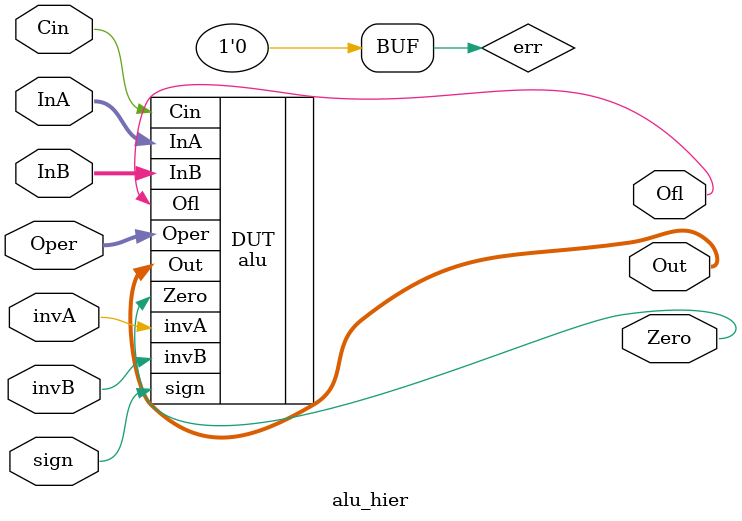
<source format=v>
/*
    CS/ECE 552 Spring '23
    Homework #2, Problem 2

    A wrapper for a multi-bit ALU module combined with clkrst.
*/
`default_nettype none
module alu_hier(Out, Ofl, Zero, InA, InB, Cin, Oper, invA, invB, sign);

    // declare constant for size of inputs, outputs, and operations
    parameter OPERAND_WIDTH = 16;    
    parameter NUM_OPERATIONS = 3;
       
    input wire [OPERAND_WIDTH -1:0] InA ; // Input operand A
    input wire [OPERAND_WIDTH -1:0] InB ; // Input operand B
    input wire                       Cin ; // Carry in
    input wire  [NUM_OPERATIONS-1:0] Oper; // Operation type
    input wire                       invA; // Signal to invert A
    input wire                       invB; // Signal to invert B
    input wire                       sign; // Signal for signed operation
    output wire [OPERAND_WIDTH -1:0] Out ; // Result of comput wireation
    output wire                      Zero; // Signal if Out is 0
    output wire                      Ofl ; // Signal if overflow occured

    // clkrst signals
    wire clk;
    wire rst;
    wire err;

    assign err = 1'b0;

    alu #(.OPERAND_WIDTH(OPERAND_WIDTH),
          .NUM_OPERATIONS(NUM_OPERATIONS)) 
        DUT (// Outputs
             .Out(Out),
             .Ofl(Ofl), 
             .Zero(Zero),
             // Inputs
             .InA(InA), 
             .InB(InB), 
             .Cin(Cin), 
             .Oper(Oper), 
             .invA(invA), 
             .invB(invB), 
             .sign(sign));
   
    clkrst c0(// Outputs
              .clk                       (clk),
              .rst                       (rst),
              // Inputs
              .err                       (err)
              );

endmodule // alu_hier
`default_nettype wire

</source>
